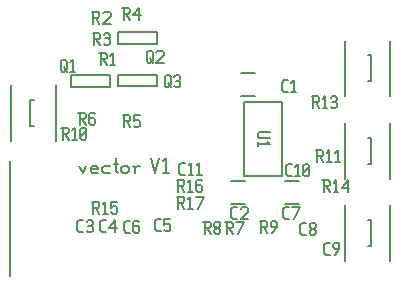
<source format=gbr>
G04 start of page 9 for group -4079 idx -4079 *
G04 Title: (unknown), topsilk *
G04 Creator: pcb 20140316 *
G04 CreationDate: Tue Dec  8 09:12:03 2015 UTC *
G04 For: clemi *
G04 Format: Gerber/RS-274X *
G04 PCB-Dimensions (mil): 1338.58 984.25 *
G04 PCB-Coordinate-Origin: lower left *
%MOIN*%
%FSLAX25Y25*%
%LNTOPSILK*%
%ADD62C,0.0061*%
%ADD61C,0.0059*%
%ADD60C,0.0080*%
%ADD59C,0.0060*%
G54D59*X26575Y42403D02*X27795Y39963D01*
X29015Y42403D02*X27795Y39963D01*
X31089D02*X32919D01*
X30479Y40573D02*X31089Y39963D01*
X30479Y41793D02*Y40573D01*
Y41793D02*X31089Y42403D01*
X32309D01*
X32919Y41793D01*
X30479Y41183D02*X32919D01*
Y41793D02*Y41183D01*
X34993Y42403D02*X36823D01*
X34383Y41793D02*X34993Y42403D01*
X34383Y41793D02*Y40573D01*
X34993Y39963D01*
X36823D01*
X38897Y44843D02*Y40573D01*
X39507Y39963D01*
X38287Y43013D02*X39507D01*
X40727Y41793D02*Y40573D01*
Y41793D02*X41337Y42403D01*
X42557D01*
X43167Y41793D01*
Y40573D01*
X42557Y39963D02*X43167Y40573D01*
X41337Y39963D02*X42557D01*
X40727Y40573D02*X41337Y39963D01*
X45241Y41793D02*Y39963D01*
Y41793D02*X45851Y42403D01*
X47071D01*
X44631D02*X45241Y41793D01*
X50731Y44843D02*X51951Y39963D01*
X53171Y44843D01*
X54635Y43867D02*X55611Y44843D01*
Y39963D01*
X54635D02*X56465D01*
G54D60*X95276Y29725D02*X100000D01*
X95276Y37205D02*X100000D01*
G54D61*X122835Y42913D02*X124016D01*
Y51575D02*Y42913D01*
X122835Y51575D02*X124016D01*
X115354Y56496D02*Y37992D01*
X130315Y56496D02*Y37992D01*
X122874Y15669D02*X124055D01*
Y24331D02*Y15669D01*
X122874Y24331D02*X124055D01*
X115394Y29252D02*Y10748D01*
X130354Y29252D02*Y10748D01*
G54D62*X37087Y72677D02*Y68740D01*
X24094Y72677D02*Y68740D01*
Y72677D02*X37087D01*
X24094Y68740D02*X37087D01*
X52480Y72756D02*Y68819D01*
X39488Y72756D02*Y68819D01*
Y72756D02*X52480D01*
X39488Y68819D02*X52480D01*
G54D60*X80433Y65788D02*X85157D01*
X80433Y73268D02*X85157D01*
G54D62*X39567Y87008D02*Y83071D01*
X52559Y87008D02*Y83071D01*
X39567D02*X52559D01*
X39567Y87008D02*X52559D01*
G54D61*X122874Y70472D02*X124055D01*
Y79134D02*Y70472D01*
X122874Y79134D02*X124055D01*
X115394Y84055D02*Y65551D01*
X130354Y84055D02*Y65551D01*
G54D62*X81693Y63465D02*X94291D01*
X81693Y39055D02*X94291D01*
X81693Y63465D02*Y39055D01*
X94291Y63465D02*Y39055D01*
G54D61*X3740Y44094D02*Y5512D01*
X10315Y64291D02*X11496D01*
X10315D02*Y55630D01*
X11496D01*
X18976Y69213D02*Y50709D01*
X4016Y69213D02*Y50709D01*
G54D60*X77166Y37205D02*X81890D01*
X77166Y29725D02*X81890D01*
G54D59*X96172Y38898D02*X97472D01*
X95472Y39598D02*X96172Y38898D01*
X95472Y42198D02*Y39598D01*
Y42198D02*X96172Y42898D01*
X97472D01*
X98672Y42098D02*X99472Y42898D01*
Y38898D01*
X98672D02*X100172D01*
X101372Y39398D02*X101872Y38898D01*
X101372Y42398D02*Y39398D01*
Y42398D02*X101872Y42898D01*
X102872D01*
X103372Y42398D01*
Y39398D01*
X102872Y38898D02*X103372Y39398D01*
X101872Y38898D02*X102872D01*
X101372Y39898D02*X103372Y41898D01*
X107754Y37583D02*X109754D01*
X110254Y37083D01*
Y36083D01*
X109754Y35583D02*X110254Y36083D01*
X108254Y35583D02*X109754D01*
X108254Y37583D02*Y33583D01*
X109054Y35583D02*X110254Y33583D01*
X111454Y36783D02*X112254Y37583D01*
Y33583D01*
X111454D02*X112954D01*
X114154Y35083D02*X116154Y37583D01*
X114154Y35083D02*X116654D01*
X116154Y37583D02*Y33583D01*
X105589Y47583D02*X107589D01*
X108089Y47083D01*
Y46083D01*
X107589Y45583D02*X108089Y46083D01*
X106089Y45583D02*X107589D01*
X106089Y47583D02*Y43583D01*
X106889Y45583D02*X108089Y43583D01*
X109289Y46783D02*X110089Y47583D01*
Y43583D01*
X109289D02*X110789D01*
X111989Y46783D02*X112789Y47583D01*
Y43583D01*
X111989D02*X113489D01*
X108925Y12715D02*X110225D01*
X108225Y13415D02*X108925Y12715D01*
X108225Y16015D02*Y13415D01*
Y16015D02*X108925Y16715D01*
X110225D01*
X111925Y12715D02*X113425Y14715D01*
Y16215D02*Y14715D01*
X112925Y16715D02*X113425Y16215D01*
X111925Y16715D02*X112925D01*
X111425Y16215D02*X111925Y16715D01*
X111425Y16215D02*Y15215D01*
X111925Y14715D01*
X113425D01*
X86811Y23804D02*X88811D01*
X89311Y23304D01*
Y22304D01*
X88811Y21804D02*X89311Y22304D01*
X87311Y21804D02*X88811D01*
X87311Y23804D02*Y19804D01*
X88111Y21804D02*X89311Y19804D01*
X91011D02*X92511Y21804D01*
Y23304D02*Y21804D01*
X92011Y23804D02*X92511Y23304D01*
X91011Y23804D02*X92011D01*
X90511Y23304D02*X91011Y23804D01*
X90511Y23304D02*Y22304D01*
X91011Y21804D01*
X92511D01*
X101094Y19409D02*X102394D01*
X100394Y20109D02*X101094Y19409D01*
X100394Y22709D02*Y20109D01*
Y22709D02*X101094Y23409D01*
X102394D01*
X103594Y19909D02*X104094Y19409D01*
X103594Y20709D02*Y19909D01*
Y20709D02*X104294Y21409D01*
X104894D01*
X105594Y20709D01*
Y19909D01*
X105094Y19409D02*X105594Y19909D01*
X104094Y19409D02*X105094D01*
X103594Y22109D02*X104294Y21409D01*
X103594Y22909D02*Y22109D01*
Y22909D02*X104094Y23409D01*
X105094D01*
X105594Y22909D01*
Y22109D01*
X104894Y21409D02*X105594Y22109D01*
X52511Y20512D02*X53811D01*
X51811Y21212D02*X52511Y20512D01*
X51811Y23812D02*Y21212D01*
Y23812D02*X52511Y24512D01*
X53811D01*
X55011D02*X57011D01*
X55011D02*Y22512D01*
X55511Y23012D01*
X56511D01*
X57011Y22512D01*
Y21012D01*
X56511Y20512D02*X57011Y21012D01*
X55511Y20512D02*X56511D01*
X55011Y21012D02*X55511Y20512D01*
X42157Y20120D02*X43457D01*
X41457Y20820D02*X42157Y20120D01*
X41457Y23420D02*Y20820D01*
Y23420D02*X42157Y24120D01*
X43457D01*
X46157D02*X46657Y23620D01*
X45157Y24120D02*X46157D01*
X44657Y23620D02*X45157Y24120D01*
X44657Y23620D02*Y20620D01*
X45157Y20120D01*
X46157Y22320D02*X46657Y21820D01*
X44657Y22320D02*X46157D01*
X45157Y20120D02*X46157D01*
X46657Y20620D01*
Y21820D02*Y20620D01*
X75395Y23607D02*X77395D01*
X77895Y23107D01*
Y22107D01*
X77395Y21607D02*X77895Y22107D01*
X75895Y21607D02*X77395D01*
X75895Y23607D02*Y19607D01*
X76695Y21607D02*X77895Y19607D01*
X79595D02*X81595Y23607D01*
X79095D02*X81595D01*
X77983Y24528D02*X79283D01*
X77283Y25228D02*X77983Y24528D01*
X77283Y27828D02*Y25228D01*
Y27828D02*X77983Y28528D01*
X79283D01*
X80483Y28028D02*X80983Y28528D01*
X82483D01*
X82983Y28028D01*
Y27028D01*
X80483Y24528D02*X82983Y27028D01*
X80483Y24528D02*X82983D01*
X68030Y23725D02*X70030D01*
X70530Y23225D01*
Y22225D01*
X70030Y21725D02*X70530Y22225D01*
X68530Y21725D02*X70030D01*
X68530Y23725D02*Y19725D01*
X69330Y21725D02*X70530Y19725D01*
X71730Y20225D02*X72230Y19725D01*
X71730Y21025D02*Y20225D01*
Y21025D02*X72430Y21725D01*
X73030D01*
X73730Y21025D01*
Y20225D01*
X73230Y19725D02*X73730Y20225D01*
X72230Y19725D02*X73230D01*
X71730Y22425D02*X72430Y21725D01*
X71730Y23225D02*Y22425D01*
Y23225D02*X72230Y23725D01*
X73230D01*
X73730Y23225D01*
Y22425D01*
X73030Y21725D02*X73730Y22425D01*
X59248Y32071D02*X61248D01*
X61748Y31571D01*
Y30571D01*
X61248Y30071D02*X61748Y30571D01*
X59748Y30071D02*X61248D01*
X59748Y32071D02*Y28071D01*
X60548Y30071D02*X61748Y28071D01*
X62948Y31271D02*X63748Y32071D01*
Y28071D01*
X62948D02*X64448D01*
X66148D02*X68148Y32071D01*
X65648D02*X68148D01*
X95188Y24724D02*X96488D01*
X94488Y25424D02*X95188Y24724D01*
X94488Y28024D02*Y25424D01*
Y28024D02*X95188Y28724D01*
X96488D01*
X98188Y24724D02*X100188Y28724D01*
X97688D02*X100188D01*
X26685Y20197D02*X27985D01*
X25985Y20897D02*X26685Y20197D01*
X25985Y23497D02*Y20897D01*
Y23497D02*X26685Y24197D01*
X27985D01*
X29185Y23697D02*X29685Y24197D01*
X30685D01*
X31185Y23697D01*
X30685Y20197D02*X31185Y20697D01*
X29685Y20197D02*X30685D01*
X29185Y20697D02*X29685Y20197D01*
Y22397D02*X30685D01*
X31185Y23697D02*Y22897D01*
Y21897D02*Y20697D01*
Y21897D02*X30685Y22397D01*
X31185Y22897D02*X30685Y22397D01*
X34165Y20197D02*X35465D01*
X33465Y20897D02*X34165Y20197D01*
X33465Y23497D02*Y20897D01*
Y23497D02*X34165Y24197D01*
X35465D01*
X36665Y21697D02*X38665Y24197D01*
X36665Y21697D02*X39165D01*
X38665Y24197D02*Y20197D01*
X30904Y30300D02*X32904D01*
X33404Y29800D01*
Y28800D01*
X32904Y28300D02*X33404Y28800D01*
X31404Y28300D02*X32904D01*
X31404Y30300D02*Y26300D01*
X32204Y28300D02*X33404Y26300D01*
X34604Y29500D02*X35404Y30300D01*
Y26300D01*
X34604D02*X36104D01*
X37304Y30300D02*X39304D01*
X37304D02*Y28300D01*
X37804Y28800D01*
X38804D01*
X39304Y28300D01*
Y26800D01*
X38804Y26300D02*X39304Y26800D01*
X37804Y26300D02*X38804D01*
X37304Y26800D02*X37804Y26300D01*
X30905Y93685D02*X32905D01*
X33405Y93185D01*
Y92185D01*
X32905Y91685D02*X33405Y92185D01*
X31405Y91685D02*X32905D01*
X31405Y93685D02*Y89685D01*
X32205Y91685D02*X33405Y89685D01*
X34605Y93185D02*X35105Y93685D01*
X36605D01*
X37105Y93185D01*
Y92185D01*
X34605Y89685D02*X37105Y92185D01*
X34605Y89685D02*X37105D01*
X49213Y80193D02*Y77193D01*
Y80193D02*X49713Y80693D01*
X50713D01*
X51213Y80193D01*
Y77693D01*
X50213Y76693D02*X51213Y77693D01*
X49713Y76693D02*X50213D01*
X49213Y77193D02*X49713Y76693D01*
X50213Y78193D02*X51213Y76693D01*
X52413Y80193D02*X52913Y80693D01*
X54413D01*
X54913Y80193D01*
Y79193D01*
X52413Y76693D02*X54913Y79193D01*
X52413Y76693D02*X54913D01*
X40944Y95063D02*X42944D01*
X43444Y94563D01*
Y93563D01*
X42944Y93063D02*X43444Y93563D01*
X41444Y93063D02*X42944D01*
X41444Y95063D02*Y91063D01*
X42244Y93063D02*X43444Y91063D01*
X44644Y92563D02*X46644Y95063D01*
X44644Y92563D02*X47144D01*
X46644Y95063D02*Y91063D01*
X41141Y59237D02*X43141D01*
X43641Y58737D01*
Y57737D01*
X43141Y57237D02*X43641Y57737D01*
X41641Y57237D02*X43141D01*
X41641Y59237D02*Y55237D01*
X42441Y57237D02*X43641Y55237D01*
X44841Y59237D02*X46841D01*
X44841D02*Y57237D01*
X45341Y57737D01*
X46341D01*
X46841Y57237D01*
Y55737D01*
X46341Y55237D02*X46841Y55737D01*
X45341Y55237D02*X46341D01*
X44841Y55737D02*X45341Y55237D01*
X31101Y86600D02*X33101D01*
X33601Y86100D01*
Y85100D01*
X33101Y84600D02*X33601Y85100D01*
X31601Y84600D02*X33101D01*
X31601Y86600D02*Y82600D01*
X32401Y84600D02*X33601Y82600D01*
X34801Y86100D02*X35301Y86600D01*
X36301D01*
X36801Y86100D01*
X36301Y82600D02*X36801Y83100D01*
X35301Y82600D02*X36301D01*
X34801Y83100D02*X35301Y82600D01*
Y84800D02*X36301D01*
X36801Y86100D02*Y85300D01*
Y84300D02*Y83100D01*
Y84300D02*X36301Y84800D01*
X36801Y85300D02*X36301Y84800D01*
X20472Y77240D02*Y74240D01*
Y77240D02*X20972Y77740D01*
X21972D01*
X22472Y77240D01*
Y74740D01*
X21472Y73740D02*X22472Y74740D01*
X20972Y73740D02*X21472D01*
X20472Y74240D02*X20972Y73740D01*
X21472Y75240D02*X22472Y73740D01*
X23672Y76940D02*X24472Y77740D01*
Y73740D01*
X23672D02*X25172D01*
X33267Y79906D02*X35267D01*
X35767Y79406D01*
Y78406D01*
X35267Y77906D02*X35767Y78406D01*
X33767Y77906D02*X35267D01*
X33767Y79906D02*Y75906D01*
X34567Y77906D02*X35767Y75906D01*
X36967Y79106D02*X37767Y79906D01*
Y75906D01*
X36967D02*X38467D01*
X26378Y60024D02*X28378D01*
X28878Y59524D01*
Y58524D01*
X28378Y58024D02*X28878Y58524D01*
X26878Y58024D02*X28378D01*
X26878Y60024D02*Y56024D01*
X27678Y58024D02*X28878Y56024D01*
X31578Y60024D02*X32078Y59524D01*
X30578Y60024D02*X31578D01*
X30078Y59524D02*X30578Y60024D01*
X30078Y59524D02*Y56524D01*
X30578Y56024D01*
X31578Y58224D02*X32078Y57724D01*
X30078Y58224D02*X31578D01*
X30578Y56024D02*X31578D01*
X32078Y56524D01*
Y57724D02*Y56524D01*
X20668Y55102D02*X22668D01*
X23168Y54602D01*
Y53602D01*
X22668Y53102D02*X23168Y53602D01*
X21168Y53102D02*X22668D01*
X21168Y55102D02*Y51102D01*
X21968Y53102D02*X23168Y51102D01*
X24368Y54302D02*X25168Y55102D01*
Y51102D01*
X24368D02*X25868D01*
X27068Y51602D02*X27568Y51102D01*
X27068Y54602D02*Y51602D01*
Y54602D02*X27568Y55102D01*
X28568D01*
X29068Y54602D01*
Y51602D01*
X28568Y51102D02*X29068Y51602D01*
X27568Y51102D02*X28568D01*
X27068Y52102D02*X29068Y54102D01*
X55197Y72004D02*Y69004D01*
Y72004D02*X55697Y72504D01*
X56697D01*
X57197Y72004D01*
Y69504D01*
X56197Y68504D02*X57197Y69504D01*
X55697Y68504D02*X56197D01*
X55197Y69004D02*X55697Y68504D01*
X56197Y70004D02*X57197Y68504D01*
X58397Y72004D02*X58897Y72504D01*
X59897D01*
X60397Y72004D01*
X59897Y68504D02*X60397Y69004D01*
X58897Y68504D02*X59897D01*
X58397Y69004D02*X58897Y68504D01*
Y70704D02*X59897D01*
X60397Y72004D02*Y71204D01*
Y70204D02*Y69004D01*
Y70204D02*X59897Y70704D01*
X60397Y71204D02*X59897Y70704D01*
X94873Y66811D02*X96173D01*
X94173Y67511D02*X94873Y66811D01*
X94173Y70111D02*Y67511D01*
Y70111D02*X94873Y70811D01*
X96173D01*
X97373Y70011D02*X98173Y70811D01*
Y66811D01*
X97373D02*X98873D01*
X104133Y65536D02*X106133D01*
X106633Y65036D01*
Y64036D01*
X106133Y63536D02*X106633Y64036D01*
X104633Y63536D02*X106133D01*
X104633Y65536D02*Y61536D01*
X105433Y63536D02*X106633Y61536D01*
X107833Y64736D02*X108633Y65536D01*
Y61536D01*
X107833D02*X109333D01*
X110533Y65036D02*X111033Y65536D01*
X112033D01*
X112533Y65036D01*
X112033Y61536D02*X112533Y62036D01*
X111033Y61536D02*X112033D01*
X110533Y62036D02*X111033Y61536D01*
Y63736D02*X112033D01*
X112533Y65036D02*Y64236D01*
Y63236D02*Y62036D01*
Y63236D02*X112033Y63736D01*
X112533Y64236D02*X112033Y63736D01*
X86642Y53622D02*X90142D01*
X86642D02*X86142Y53122D01*
Y52122D01*
X86642Y51622D01*
X90142D01*
X89342Y50422D02*X90142Y49622D01*
X86142D02*X90142D01*
X86142Y50422D02*Y48922D01*
X59257Y37706D02*X61257D01*
X61757Y37206D01*
Y36206D01*
X61257Y35706D02*X61757Y36206D01*
X59757Y35706D02*X61257D01*
X59757Y37706D02*Y33706D01*
X60557Y35706D02*X61757Y33706D01*
X62957Y36906D02*X63757Y37706D01*
Y33706D01*
X62957D02*X64457D01*
X67157Y37706D02*X67657Y37206D01*
X66157Y37706D02*X67157D01*
X65657Y37206D02*X66157Y37706D01*
X65657Y37206D02*Y34206D01*
X66157Y33706D01*
X67157Y35906D02*X67657Y35406D01*
X65657Y35906D02*X67157D01*
X66157Y33706D02*X67157D01*
X67657Y34206D01*
Y35406D02*Y34206D01*
X60738Y39292D02*X62038D01*
X60038Y39992D02*X60738Y39292D01*
X60038Y42592D02*Y39992D01*
Y42592D02*X60738Y43292D01*
X62038D01*
X63238Y42492D02*X64038Y43292D01*
Y39292D01*
X63238D02*X64738D01*
X65938Y42492D02*X66738Y43292D01*
Y39292D01*
X65938D02*X67438D01*
M02*

</source>
